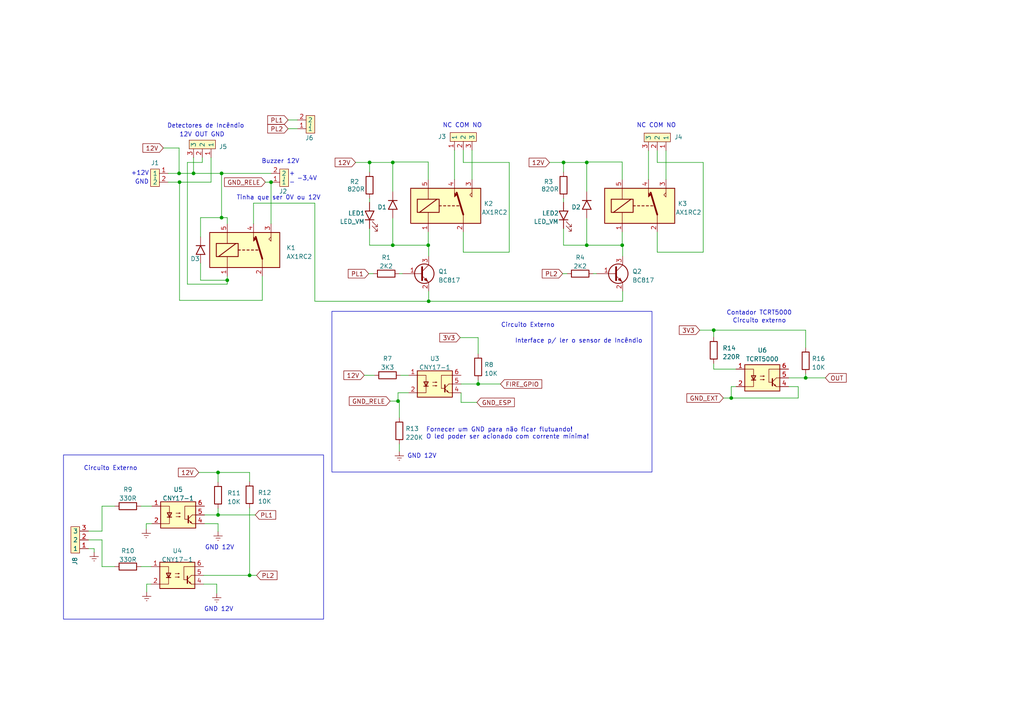
<source format=kicad_sch>
(kicad_sch (version 20230121) (generator eeschema)
  (paper "A4")
  (lib_symbols
    (symbol "Device:D" (pin_numbers hide) (pin_names (offset 1.016) hide)
      (property "Reference" "D1" (at 0.635 -2.794 90))
      (property "Value" "D" (at -1.905 -2.794 90))
      (symbol "D_0_1"
        (polyline (pts (xy -1.27 1.27) (xy -1.27 -1.27)) (stroke (width 0.254)))
        (polyline (pts (xy 1.27 1.27) (xy 1.27 -1.27) (xy -1.27 0) (xy 1.27 1.27)) (stroke (width 0.254)))
      )
      (symbol "D_1_1"
        (pin passive line (at -3.81 0 0) (length 2.54) (name "K") (number "1"))
        (pin passive line (at 3.81 0 180) (length 2.54) (name "A") (number "2"))
      )
    )
    (symbol "Device:LED" (pin_numbers hide) (pin_names (offset 1.016) hide)
      (property "Reference" "D3" (at -0.9525 -3.175 90))
      (property "Value" "LED" (at -3.4925 -3.175 90))
      (symbol "LED_0_1"
        (polyline (pts (xy -1.27 -1.27) (xy -1.27 1.27)) (stroke (width 0.254)))
        (polyline (pts (xy 1.27 -1.27) (xy 1.27 1.27) (xy -1.27 0) (xy 1.27 -1.27)) (stroke (width 0.254)))
        (polyline (pts (xy -3.048 -0.762) (xy -4.572 -2.286) (xy -3.81 -2.286) (xy -4.572 -2.286) (xy -4.572 -1.524)))
        (polyline (pts (xy -1.778 -0.762) (xy -3.302 -2.286) (xy -2.54 -2.286) (xy -3.302 -2.286) (xy -3.302 -1.524)))
      )
      (symbol "LED_1_1"
        (pin passive line (at -3.81 0 0) (length 2.54) (name "K") (number "1"))
        (pin passive line (at 3.81 0 180) (length 2.54) (name "A") (number "2"))
      )
    )
    (symbol "Device:R" (pin_numbers hide) (pin_names (offset 0))
      (property "Reference" "R" (at 2.032 0 90))
      (property "Value" "R" (at 0 0 90))
      (symbol "R_0_1"
        (rectangle (start -1.016 -2.54) (end 1.016 2.54) (stroke (width 0.254)))
      )
      (symbol "R_1_1"
        (pin passive line (at 0 3.81 270) (length 1.27) (name "~") (number "1"))
        (pin passive line (at 0 -3.81 90) (length 1.27) (name "~") (number "2"))
      )
    )
    (symbol "Isolator:CNY17-1" (pin_names (offset 1.016))
      (property "Reference" "U" (at -5.08 5.08 0))
      (property "Value" "CNY17-1" (at 0 5.08 0))
      (symbol "CNY17-1_0_1"
        (rectangle (start -5.08 3.81) (end 5.08 -3.81) (stroke (width 0.254)) (fill (type background)))
        (polyline (pts (xy -3.175 -0.635) (xy -1.905 -0.635)) (stroke (width 0.254)))
        (polyline (pts (xy 2.921 -1.397) (xy 4.064 -2.54)))
        (polyline (pts (xy 2.921 -1.27) (xy 1.905 -1.27)))
        (polyline (pts (xy 2.921 -1.143) (xy 4.064 0)))
        (polyline (pts (xy 4.064 -2.54) (xy 5.08 -2.54)))
        (polyline (pts (xy 5.08 0) (xy 4.064 0)))
        (polyline (pts (xy -5.08 2.54) (xy -2.54 2.54) (xy -2.54 -0.762)))
        (polyline (pts (xy -2.54 -0.635) (xy -2.54 -2.54) (xy -5.08 -2.54)))
        (polyline (pts (xy 1.905 -1.27) (xy 1.905 2.54) (xy 5.08 2.54)))
        (polyline (pts (xy 2.921 -0.254) (xy 2.921 -2.286) (xy 2.921 -2.286)) (stroke (width 0.3556)))
        (polyline (pts (xy -2.54 -0.635) (xy -3.175 0.635) (xy -1.905 0.635) (xy -2.54 -0.635)) (stroke (width 0.254)))
        (polyline (pts (xy 3.937 -2.413) (xy 3.683 -1.905) (xy 3.429 -2.159) (xy 3.937 -2.413)))
        (polyline (pts (xy -0.635 -0.508) (xy 0.635 -0.508) (xy 0.254 -0.635) (xy 0.254 -0.381) (xy 0.635 -0.508)))
        (polyline (pts (xy -0.635 0.508) (xy 0.635 0.508) (xy 0.254 0.381) (xy 0.254 0.635) (xy 0.635 0.508)))
      )
      (symbol "CNY17-1_1_1"
        (pin passive line (at -7.62 2.54 0) (length 2.54) (name "~") (number "1"))
        (pin passive line (at -7.62 -2.54 0) (length 2.54) (name "~") (number "2"))
        (pin no_connect line (at -5.08 0 0) (length 2.54) hide (name "NC") (number "3"))
        (pin passive line (at 7.62 -2.54 180) (length 2.54) (name "~") (number "4"))
        (pin passive line (at 7.62 0 180) (length 2.54) (name "~") (number "5"))
        (pin passive line (at 7.62 2.54 180) (length 2.54) (name "~") (number "6"))
      )
    )
    (symbol "KRE_2_vias_1"
      (property "Reference" "J" (at 0 -2.54 0))
      (symbol "KRE_2_vias_1_1_1"
        (rectangle (start -2.54 1.27) (end 2.54 -1.27) (fill (type background)))
        (pin input line (at -1.27 3.81 270) (length 2.54) (name "1") (number "1"))
        (pin input line (at 1.27 3.81 270) (length 2.54) (name "2") (number "2"))
      )
    )
    (symbol "My_Library_Conectors:KRE_2_vias"
      (property "Reference" "J" (at 0 -2.54 0))
      (symbol "KRE_2_vias_1_1"
        (rectangle (start -2.54 1.27) (end 2.54 -1.27) (fill (type background)))
        (pin input line (at -1.27 3.81 270) (length 2.54) (name "1") (number "1"))
        (pin input line (at 1.27 3.81 270) (length 2.54) (name "2") (number "2"))
      )
    )
    (symbol "My_Library_Conectors:KRE_3_vias"
      (property "Reference" "J" (at -5.08 0 0))
      (property "Value" "KRE_3_vias" (at 1.27 -2.54 0))
      (symbol "KRE_3_vias_1_1"
        (rectangle (start -2.54 1.27) (end 5.08 -1.27) (fill (type background)))
        (pin input line (at -1.27 3.81 270) (length 2.54) (name "1") (number "1"))
        (pin input line (at 1.27 3.81 270) (length 2.54) (name "2") (number "2"))
        (pin input line (at 3.81 3.81 270) (length 2.54) (name "3") (number "3"))
      )
    )
    (symbol "Relay:G5Q-1"
      (property "Reference" "K" (at 11.43 3.81 0))
      (property "Value" "G5Q-1" (at 11.43 1.27 0))
      (symbol "G5Q-1_0_0"
        (polyline (pts (xy 7.62 5.08) (xy 7.62 2.54) (xy 6.985 3.175) (xy 7.62 3.81)))
      )
      (symbol "G5Q-1_0_1"
        (rectangle (start -10.16 5.08) (end 10.16 -5.08) (stroke (width 0.254)) (fill (type background)))
        (rectangle (start -8.255 1.905) (end -1.905 -1.905) (stroke (width 0.254)))
        (polyline (pts (xy -7.62 -1.905) (xy -2.54 1.905)) (stroke (width 0.254)))
        (polyline (pts (xy -5.08 -5.08) (xy -5.08 -1.905)))
        (polyline (pts (xy -5.08 5.08) (xy -5.08 1.905)))
        (polyline (pts (xy -1.905 0) (xy -1.27 0)) (stroke (width 0.254)))
        (polyline (pts (xy -0.635 0) (xy 0 0)) (stroke (width 0.254)))
        (polyline (pts (xy 0.635 0) (xy 1.27 0)) (stroke (width 0.254)))
        (polyline (pts (xy 1.905 0) (xy 2.54 0)) (stroke (width 0.254)))
        (polyline (pts (xy 3.175 0) (xy 3.81 0)) (stroke (width 0.254)))
        (polyline (pts (xy 5.08 -2.54) (xy 3.175 3.81)) (stroke (width 0.508)))
        (polyline (pts (xy 5.08 -2.54) (xy 5.08 -5.08)))
        (polyline (pts (xy 2.54 5.08) (xy 2.54 2.54) (xy 3.175 3.175) (xy 2.54 3.81)) (fill (type outline)))
      )
      (symbol "G5Q-1_1_1"
        (pin passive line (at -5.08 -7.62 90) (length 2.54) (name "~") (number "1"))
        (pin passive line (at 5.08 -7.62 90) (length 2.54) (name "~") (number "2"))
        (pin passive line (at 7.62 7.62 270) (length 2.54) (name "~") (number "3"))
        (pin passive line (at 2.54 7.62 270) (length 2.54) (name "~") (number "4"))
        (pin passive line (at -5.08 7.62 270) (length 2.54) (name "~") (number "5"))
      )
    )
    (symbol "Transistor_BJT:BC817" (pin_names (offset 0) hide)
      (property "Reference" "Q" (at 5.08 1.905 0))
      (property "Value" "BC817" (at 5.08 0 0))
      (symbol "BC817_0_1"
        (polyline (pts (xy 0.635 0.635) (xy 2.54 2.54)))
        (polyline (pts (xy 0.635 -0.635) (xy 2.54 -2.54) (xy 2.54 -2.54)))
        (polyline (pts (xy 0.635 1.905) (xy 0.635 -1.905) (xy 0.635 -1.905)) (stroke (width 0.508)))
        (polyline (pts (xy 1.27 -1.778) (xy 1.778 -1.27) (xy 2.286 -2.286) (xy 1.27 -1.778) (xy 1.27 -1.778)) (fill (type outline)))
        (circle (center 1.27 0) (radius 2.8194) (stroke (width 0.254)))
      )
      (symbol "BC817_1_1"
        (pin input line (at -5.08 0 0) (length 5.715) (name "B") (number "1"))
        (pin passive line (at 2.54 -5.08 90) (length 2.54) (name "E") (number "2"))
        (pin passive line (at 2.54 5.08 270) (length 2.54) (name "C") (number "3"))
      )
    )
    (symbol "power:Earth" (power) (pin_names (offset 0))
      (symbol "Earth_0_1"
        (polyline (pts (xy -0.635 -1.905) (xy 0.635 -1.905)))
        (polyline (pts (xy -0.127 -2.54) (xy 0.127 -2.54)))
        (polyline (pts (xy 0 -1.27) (xy 0 0)))
        (polyline (pts (xy 1.27 -1.27) (xy -1.27 -1.27)))
      )
      (symbol "Earth_1_1"
        (pin power_in line (at 0 0 270) (length 0) hide (name "Earth") (number "1"))
      )
    )
  )
  (junction (at 180.467 71.12))
  (junction (at 63.246 137.033))
  (junction (at 63.246 149.352))
  (junction (at 113.919 47.117))
  (junction (at 170.18 71.12))
  (junction (at 163.449 47.117))
  (junction (at 78.613 52.832))
  (junction (at 72.39 166.878))
  (junction (at 52.07 52.832))
  (junction (at 138.684 111.379))
  (junction (at 170.18 47.117))
  (junction (at 65.913 81.28))
  (junction (at 107.188 47.117))
  (junction (at 207.01 95.758))
  (junction (at 64.262 50.292))
  (junction (at 113.919 71.12))
  (junction (at 212.09 115.443))
  (junction (at 64.262 63.119))
  (junction (at 233.68 109.601))
  (junction (at 124.206 71.12))
  (junction (at 124.333 87.376))
  (junction (at 115.443 116.332))
  (junction (at 56.134 50.292))
  (junction (at 51.943 50.292))
  (wire (pts (xy 193.167 43.688) (xy 193.167 52.07)))
  (wire (pts (xy 213.487 107.061) (xy 207.01 107.061)))
  (wire (pts (xy 115.443 113.919) (xy 118.491 113.919)))
  (wire (pts (xy 188.087 52.07) (xy 188.087 43.688)))
  (wire (pts (xy 29.591 164.338) (xy 29.591 156.591)))
  (wire (pts (xy 115.443 116.332) (xy 115.824 116.332)))
  (wire (pts (xy 138.684 111.379) (xy 133.731 111.379)))
  (wire (pts (xy 47.371 42.926) (xy 51.943 42.926)))
  (wire (pts (xy 115.824 121.158) (xy 115.824 116.332)))
  (wire (pts (xy 133.477 97.917) (xy 138.684 97.917)))
  (wire (pts (xy 83.566 37.338) (xy 86.233 37.338)))
  (wire (pts (xy 65.913 81.28) (xy 65.913 82.423)))
  (wire (pts (xy 25.654 159.131) (xy 27.305 159.131)))
  (wire (pts (xy 72.39 166.878) (xy 74.422 166.878)))
  (wire (pts (xy 56.134 45.72) (xy 56.134 50.292)))
  (wire (pts (xy 203.962 73.152) (xy 190.627 73.152)))
  (wire (pts (xy 115.824 79.375) (xy 116.713 79.375)))
  (wire (pts (xy 233.68 109.601) (xy 239.395 109.601)))
  (wire (pts (xy 52.07 52.832) (xy 52.07 87.122)))
  (wire (pts (xy 40.894 164.338) (xy 43.815 164.338)))
  (wire (pts (xy 134.366 47.117) (xy 147.701 47.117)))
  (wire (pts (xy 163.449 57.531) (xy 163.449 58.674)))
  (wire (pts (xy 124.333 87.376) (xy 91.313 87.376)))
  (wire (pts (xy 65.913 63.119) (xy 65.913 64.897)))
  (wire (pts (xy 124.333 71.12) (xy 124.206 71.12)))
  (wire (pts (xy 163.449 47.117) (xy 170.18 47.117)))
  (wire (pts (xy 76.073 80.137) (xy 76.073 87.122)))
  (wire (pts (xy 133.731 113.919) (xy 133.731 116.713)))
  (wire (pts (xy 124.206 46.99) (xy 124.206 52.07)))
  (wire (pts (xy 65.913 80.137) (xy 65.913 81.28)))
  (wire (pts (xy 113.919 63.246) (xy 113.919 71.12)))
  (wire (pts (xy 76.962 52.832) (xy 78.613 52.832)))
  (wire (pts (xy 124.333 87.376) (xy 180.594 87.376)))
  (wire (pts (xy 163.449 71.12) (xy 170.18 71.12)))
  (wire (pts (xy 58.166 81.28) (xy 65.913 81.28)))
  (wire (pts (xy 29.591 146.812) (xy 29.591 154.051)))
  (wire (pts (xy 62.865 172.085) (xy 62.865 169.418)))
  (wire (pts (xy 48.768 50.292) (xy 51.943 50.292)))
  (wire (pts (xy 83.566 34.798) (xy 86.233 34.798)))
  (wire (pts (xy 107.188 71.12) (xy 113.919 71.12)))
  (wire (pts (xy 124.333 74.295) (xy 124.333 71.12)))
  (wire (pts (xy 163.449 47.117) (xy 163.449 49.911)))
  (wire (pts (xy 58.674 47.117) (xy 58.674 45.72)))
  (wire (pts (xy 42.545 169.418) (xy 42.545 171.704)))
  (wire (pts (xy 33.274 164.338) (xy 29.591 164.338)))
  (wire (pts (xy 115.824 128.778) (xy 115.824 130.937)))
  (wire (pts (xy 73.533 58.928) (xy 73.533 64.897)))
  (wire (pts (xy 78.613 52.832) (xy 78.613 64.897)))
  (wire (pts (xy 170.18 47.117) (xy 170.18 46.99)))
  (wire (pts (xy 63.246 137.033) (xy 63.246 139.827)))
  (wire (pts (xy 113.919 47.117) (xy 113.919 46.99)))
  (wire (pts (xy 72.39 147.32) (xy 72.39 166.878)))
  (wire (pts (xy 133.731 116.713) (xy 138.303 116.713)))
  (wire (pts (xy 113.919 47.117) (xy 113.919 55.626)))
  (wire (pts (xy 113.919 46.99) (xy 124.206 46.99)))
  (wire (pts (xy 54.356 47.117) (xy 54.356 82.423)))
  (wire (pts (xy 56.134 50.292) (xy 64.262 50.292)))
  (wire (pts (xy 29.591 156.591) (xy 25.654 156.591)))
  (wire (pts (xy 147.701 47.117) (xy 147.701 73.152)))
  (wire (pts (xy 170.18 46.99) (xy 180.467 46.99)))
  (wire (pts (xy 51.943 42.926) (xy 51.943 50.292)))
  (wire (pts (xy 27.305 159.131) (xy 27.305 160.147)))
  (wire (pts (xy 207.01 95.758) (xy 233.68 95.758)))
  (wire (pts (xy 107.188 66.294) (xy 107.188 71.12)))
  (wire (pts (xy 134.366 43.561) (xy 134.366 47.117)))
  (wire (pts (xy 63.246 137.033) (xy 57.658 137.033)))
  (wire (pts (xy 180.594 74.295) (xy 180.594 71.12)))
  (wire (pts (xy 207.01 95.758) (xy 207.01 97.79)))
  (wire (pts (xy 48.768 52.832) (xy 52.07 52.832)))
  (wire (pts (xy 136.906 43.561) (xy 136.906 52.07)))
  (wire (pts (xy 138.684 110.236) (xy 138.684 111.379)))
  (wire (pts (xy 163.449 66.294) (xy 163.449 71.12)))
  (wire (pts (xy 73.533 58.928) (xy 91.313 58.928)))
  (wire (pts (xy 203.962 47.117) (xy 203.962 73.152)))
  (wire (pts (xy 231.521 112.141) (xy 231.521 115.443)))
  (wire (pts (xy 43.815 169.418) (xy 42.545 169.418)))
  (wire (pts (xy 233.68 108.458) (xy 233.68 109.601)))
  (wire (pts (xy 63.246 151.892) (xy 59.309 151.892)))
  (wire (pts (xy 180.467 67.31) (xy 180.467 71.12)))
  (wire (pts (xy 91.313 87.376) (xy 91.313 58.928)))
  (wire (pts (xy 54.356 82.423) (xy 65.913 82.423)))
  (wire (pts (xy 29.591 154.051) (xy 25.654 154.051)))
  (wire (pts (xy 212.09 112.141) (xy 212.09 115.443)))
  (wire (pts (xy 170.18 47.117) (xy 170.18 55.626)))
  (wire (pts (xy 113.157 116.332) (xy 115.443 116.332)))
  (wire (pts (xy 33.274 146.812) (xy 29.591 146.812)))
  (wire (pts (xy 231.521 115.443) (xy 212.09 115.443)))
  (wire (pts (xy 163.195 79.375) (xy 164.465 79.375)))
  (wire (pts (xy 131.826 43.561) (xy 131.826 52.07)))
  (wire (pts (xy 63.246 147.447) (xy 63.246 149.352)))
  (wire (pts (xy 228.727 112.141) (xy 231.521 112.141)))
  (wire (pts (xy 113.919 71.12) (xy 124.206 71.12)))
  (wire (pts (xy 107.188 47.117) (xy 113.919 47.117)))
  (wire (pts (xy 52.07 87.122) (xy 76.073 87.122)))
  (wire (pts (xy 233.68 95.758) (xy 233.68 100.838)))
  (wire (pts (xy 64.262 63.119) (xy 65.913 63.119)))
  (wire (pts (xy 107.188 47.117) (xy 107.188 49.911)))
  (wire (pts (xy 42.418 151.892) (xy 44.069 151.892)))
  (wire (pts (xy 159.385 47.117) (xy 163.449 47.117)))
  (wire (pts (xy 40.894 146.812) (xy 44.069 146.812)))
  (wire (pts (xy 138.684 111.379) (xy 145.161 111.379)))
  (wire (pts (xy 63.246 149.352) (xy 59.309 149.352)))
  (wire (pts (xy 190.627 67.31) (xy 190.627 73.152)))
  (wire (pts (xy 58.166 63.119) (xy 64.262 63.119)))
  (wire (pts (xy 42.418 153.416) (xy 42.418 151.892)))
  (wire (pts (xy 74.041 149.352) (xy 63.246 149.352)))
  (wire (pts (xy 103.124 47.117) (xy 107.188 47.117)))
  (wire (pts (xy 138.684 97.917) (xy 138.684 102.616)))
  (wire (pts (xy 58.166 76.327) (xy 58.166 81.28)))
  (wire (pts (xy 202.946 95.758) (xy 207.01 95.758)))
  (wire (pts (xy 78.613 50.292) (xy 64.262 50.292)))
  (wire (pts (xy 170.18 71.12) (xy 180.467 71.12)))
  (wire (pts (xy 190.627 43.688) (xy 190.627 47.117)))
  (wire (pts (xy 190.627 47.117) (xy 203.962 47.117)))
  (wire (pts (xy 124.206 67.31) (xy 124.206 71.12)))
  (wire (pts (xy 212.09 115.443) (xy 209.804 115.443)))
  (wire (pts (xy 64.262 50.292) (xy 64.262 63.119)))
  (wire (pts (xy 72.39 139.7) (xy 72.39 137.033)))
  (wire (pts (xy 63.246 137.033) (xy 72.39 137.033)))
  (wire (pts (xy 106.934 79.375) (xy 108.204 79.375)))
  (wire (pts (xy 61.214 45.72) (xy 61.214 52.832)))
  (wire (pts (xy 58.166 68.707) (xy 58.166 63.119)))
  (wire (pts (xy 180.594 71.12) (xy 180.467 71.12)))
  (wire (pts (xy 172.085 79.375) (xy 172.974 79.375)))
  (wire (pts (xy 63.246 154.178) (xy 63.246 151.892)))
  (wire (pts (xy 105.664 108.839) (xy 108.585 108.839)))
  (wire (pts (xy 134.366 67.31) (xy 134.366 73.152)))
  (wire (pts (xy 115.443 116.332) (xy 115.443 113.919)))
  (wire (pts (xy 52.07 52.832) (xy 61.214 52.832)))
  (wire (pts (xy 59.055 166.878) (xy 72.39 166.878)))
  (wire (pts (xy 180.467 46.99) (xy 180.467 52.07)))
  (wire (pts (xy 59.055 169.418) (xy 62.865 169.418)))
  (wire (pts (xy 207.01 107.061) (xy 207.01 105.41)))
  (wire (pts (xy 147.701 73.152) (xy 134.366 73.152)))
  (wire (pts (xy 124.333 84.455) (xy 124.333 87.376)))
  (wire (pts (xy 54.356 47.117) (xy 58.674 47.117)))
  (wire (pts (xy 51.943 50.292) (xy 56.134 50.292)))
  (wire (pts (xy 116.205 108.839) (xy 118.491 108.839)))
  (wire (pts (xy 107.188 57.531) (xy 107.188 58.674)))
  (wire (pts (xy 233.68 109.601) (xy 228.727 109.601)))
  (wire (pts (xy 180.594 84.455) (xy 180.594 87.376)))
  (wire (pts (xy 213.487 112.141) (xy 212.09 112.141)))
  (wire (pts (xy 170.18 63.246) (xy 170.18 71.12)))
  (rectangle (start 96.266 90.297) (end 189.103 136.906))
  (rectangle (start 18.415 131.953) (end 93.853 179.578))
  (text "Contador TCRT5000" (at 210.693 91.567 0) (effects (font (size 1.27 1.27)) (justify left bottom)))
  (text "12V OUT GND" (at 65.151 39.878 0) (effects (font (size 1.27 1.27)) (justify right bottom)))
  (text "Fornecer um GND para não ficar flutuando!\nO led poder ser acionado com corrente mínima!" (at 123.571 127.508 0) (effects (font (size 1.27 1.27)) (justify left bottom)))
  (text "Circuito externo" (at 212.471 93.853 0) (effects (font (size 1.27 1.27)) (justify left bottom)))
  (text "Detectores de Incêndio" (at 70.866 37.338 0) (effects (font (size 1.27 1.27)) (justify right bottom)))
  (text "Buzzer 12V" (at 86.868 47.625 0) (effects (font (size 1.27 1.27)) (justify right bottom)))
  (text "+\n" (at 85.598 51.181 0) (effects (font (size 1.27 1.27)) (justify right bottom)))
  (text "+12V" (at 37.973 51.054 0) (effects (font (size 1.27 1.27)) (justify left bottom)))
  (text "Circuito Externo" (at 145.288 95.123 0) (effects (font (size 1.27 1.27)) (justify left bottom)))
  (text "NC COM NO" (at 139.827 37.211 0) (effects (font (size 1.27 1.27)) (justify right bottom)))
  (text "GND" (at 39.116 53.594 0) (effects (font (size 1.27 1.27)) (justify left bottom)))
  (text "-\n\n" (at 85.598 55.753 0) (effects (font (size 1.27 1.27)) (justify right bottom)))
  (text "GND 12V" (at 59.436 159.639 0) (effects (font (size 1.27 1.27)) (justify left bottom)))
  (text "NC COM NO" (at 196.088 37.211 0) (effects (font (size 1.27 1.27)) (justify right bottom)))
  (text "Tinha que ser 0V ou 12V" (at 68.58 58.166 0) (effects (font (size 1.27 1.27)) (justify left bottom)))
  (text "Interface p/ ler o sensor de Incêndio" (at 149.352 99.695 0) (effects (font (size 1.27 1.27)) (justify left bottom)))
  (text "GND 12V" (at 118.11 133.096 0) (effects (font (size 1.27 1.27)) (justify left bottom)))
  (text "-3,4V" (at 86.106 52.578 0) (effects (font (size 1.27 1.27)) (justify left bottom)))
  (text "GND 12V" (at 59.182 177.546 0) (effects (font (size 1.27 1.27)) (justify left bottom)))
  (text "Circuito Externo" (at 24.257 136.652 0) (effects (font (size 1.27 1.27)) (justify left bottom)))
  (global_label "GND_RELE" (shape input) (at 113.157 116.332 180) (property "Intersheetrefs" "${INTERSHEET_REFS}" (effects hide)))
  (global_label "PL1" (shape input) (at 83.566 34.798 180) (property "Intersheetrefs" "${INTERSHEET_REFS}" (effects hide)))
  (global_label "OUT" (shape input) (at 239.395 109.601 0) (property "Intersheetrefs" "${INTERSHEET_REFS}" (effects hide)))
  (global_label "PL2" (shape input) (at 163.195 79.375 180) (property "Intersheetrefs" "${INTERSHEET_REFS}" (effects hide)))
  (global_label "12V" (shape input) (at 105.664 108.839 180) (property "Intersheetrefs" "${INTERSHEET_REFS}" (effects hide)))
  (global_label "3V3" (shape input) (at 202.946 95.758 180) (property "Intersheetrefs" "${INTERSHEET_REFS}" (effects hide)))
  (global_label "12V" (shape input) (at 57.658 137.033 180) (property "Intersheetrefs" "${INTERSHEET_REFS}" (effects hide)))
  (global_label "GND_EXT" (shape input) (at 209.804 115.443 180) (property "Intersheetrefs" "${INTERSHEET_REFS}" (effects hide)))
  (global_label "PL2" (shape input) (at 74.422 166.878 0) (property "Intersheetrefs" "${INTERSHEET_REFS}" (effects hide)))
  (global_label "FIRE_GPIO" (shape input) (at 145.161 111.379 0) (property "Intersheetrefs" "${INTERSHEET_REFS}" (effects hide)))
  (global_label "3V3" (shape input) (at 133.477 97.917 180) (property "Intersheetrefs" "${INTERSHEET_REFS}" (effects hide)))
  (global_label "PL1" (shape input) (at 106.934 79.375 180) (property "Intersheetrefs" "${INTERSHEET_REFS}" (effects hide)))
  (global_label "12V" (shape input) (at 103.124 47.117 180) (property "Intersheetrefs" "${INTERSHEET_REFS}" (effects hide)))
  (global_label "12V" (shape input) (at 159.385 47.117 180) (property "Intersheetrefs" "${INTERSHEET_REFS}" (effects hide)))
  (global_label "GND_RELE" (shape input) (at 76.962 52.832 180) (property "Intersheetrefs" "${INTERSHEET_REFS}" (effects hide)))
  (global_label "GND_ESP" (shape input) (at 138.303 116.713 0) (property "Intersheetrefs" "${INTERSHEET_REFS}" (effects hide)))
  (global_label "PL1" (shape input) (at 74.041 149.352 0) (property "Intersheetrefs" "${INTERSHEET_REFS}" (effects hide)))
  (global_label "12V" (shape input) (at 47.371 42.926 180) (property "Intersheetrefs" "${INTERSHEET_REFS}" (effects hide)))
  (global_label "PL2" (shape input) (at 83.566 37.338 180) (property "Intersheetrefs" "${INTERSHEET_REFS}" (effects hide)))
  (symbol (lib_name "KRE_2_vias_1") (lib_id "My_Library_Conectors:KRE_2_vias") (at 82.423 51.562 90) (unit 1)
    (property "Reference" "J2" (at 83.312 55.499 90) (effects (justify left)))
    (property "Value" "~" (at 82.423 51.562 0))
    (property "Footprint" "My_library_footprint:KRE_2Vias" (effects hide))
  )
  (symbol (lib_id "My_Library_Conectors:KRE_3_vias") (at 133.096 39.751 0) (mirror x) (unit 1)
    (property "Reference" "J3" (at 129.413 39.624 0) (effects (justify right)))
    (property "Value" "KRE_3_vias" (effects hide))
    (property "Footprint" "My_library_footprint:KRE_3Vias" (effects hide))
  )
  (symbol (lib_id "Relay:G5Q-1") (at 185.547 59.69 0) (unit 1)
    (property "Reference" "K3" (at 196.596 59.055 0) (effects (justify left)))
    (property "Value" "AX1RC2" (at 195.961 61.595 0) (effects (justify left)))
    (property "Footprint" "My_library_footprint:AX1RC" (effects hide))
    (property "Datasheet" "https://www.omron.com/ecb/products/pdf/en-g5q.pdf" (effects hide))
  )
  (symbol (lib_id "My_Library_Conectors:KRE_3_vias") (at 21.844 157.861 270) (mirror x) (unit 1)
    (property "Reference" "J8" (at 21.717 161.544 0) (effects (justify right)))
    (property "Value" "KRE_3_vias" (effects hide))
    (property "Footprint" "My_library_footprint:KRE_3Vias" (effects hide))
  )
  (symbol (lib_id "power:Earth") (at 27.305 160.147 0) (unit 1)
    (property "Reference" "#PWR04" (effects hide))
    (property "Value" "Earth" (effects hide))
  )
  (symbol (lib_id "Device:LED") (at 163.449 62.484 90) (unit 1)
    (property "Reference" "LED2" (at 157.226 61.849 90) (effects (justify right)))
    (property "Value" "LED_VM" (at 154.813 64.262 90) (effects (justify right)))
    (property "Footprint" "LED_SMD:LED_0603_1608Metric" (effects hide))
  )
  (symbol (lib_id "Isolator:CNY17-1") (at 51.435 166.878 0) (unit 1)
    (property "Reference" "U4" (at 51.435 159.766 0))
    (property "Value" "CNY17-1" (at 51.435 162.306 0))
    (property "Datasheet" "http://www.vishay.com/docs/83606/cny17.pdf" (effects hide))
  )
  (symbol (lib_id "power:Earth") (at 63.246 154.178 0) (unit 1)
    (property "Reference" "#PWR07" (effects hide))
    (property "Value" "Earth" (effects hide))
  )
  (symbol (lib_id "Device:D") (at 58.166 72.517 270) (unit 1)
    (property "Reference" "D3" (at 55.245 75.057 90) (effects (justify left)))
    (property "Value" "1N4007" (effects hide))
    (property "Footprint" "My_library_footprint:Diodo_SM_DO-214" (effects hide))
    (property "Sim.Device" "D" (effects hide))
    (property "Sim.Pins" "1=K 2=A" (effects hide))
  )
  (symbol (lib_id "Device:LED") (at 107.188 62.484 90) (unit 1)
    (property "Reference" "LED1" (at 100.965 61.849 90) (effects (justify right)))
    (property "Value" "LED_VM" (at 98.552 64.262 90) (effects (justify right)))
    (property "Footprint" "LED_SMD:LED_0603_1608Metric" (effects hide))
  )
  (symbol (lib_id "Device:R") (at 115.824 124.968 0) (unit 1)
    (property "Reference" "R13" (at 117.602 124.333 0) (effects (justify left)))
    (property "Value" "220K" (at 117.602 126.873 0) (effects (justify left)))
  )
  (symbol (lib_id "power:Earth") (at 115.824 130.937 0) (unit 1)
    (property "Reference" "#PWR09" (effects hide))
    (property "Value" "Earth" (effects hide))
  )
  (symbol (lib_id "Device:R") (at 63.246 143.637 180) (unit 1)
    (property "Reference" "R11" (at 65.913 143.002 0) (effects (justify right)))
    (property "Value" "10K" (at 65.913 145.542 0) (effects (justify right)))
  )
  (symbol (lib_id "Device:R") (at 207.01 101.6 180) (unit 1)
    (property "Reference" "R14" (at 209.55 100.965 0) (effects (justify right)))
    (property "Value" "220R" (at 209.55 103.505 0) (effects (justify right)))
  )
  (symbol (lib_id "Isolator:CNY17-1") (at 51.689 149.352 0) (unit 1)
    (property "Reference" "U5" (at 51.689 141.986 0))
    (property "Value" "CNY17-1" (at 51.689 144.526 0))
    (property "Datasheet" "http://www.vishay.com/docs/83606/cny17.pdf" (effects hide))
  )
  (symbol (lib_id "Device:R") (at 112.014 79.375 90) (unit 1)
    (property "Reference" "R1" (at 112.014 74.676 90))
    (property "Value" "2K2" (at 112.014 77.216 90))
    (property "Footprint" "Resistor_SMD:R_0805_2012Metric" (effects hide))
  )
  (symbol (lib_id "Relay:G5Q-1") (at 70.993 72.517 0) (unit 1)
    (property "Reference" "K1" (at 83.058 71.882 0) (effects (justify left)))
    (property "Value" "AX1RC2" (at 83.058 74.422 0) (effects (justify left)))
    (property "Footprint" "My_library_footprint:AX1RC" (effects hide))
    (property "Datasheet" "https://www.omron.com/ecb/products/pdf/en-g5q.pdf" (effects hide))
  )
  (symbol (lib_id "Isolator:CNY17-1") (at 221.107 109.601 0) (unit 1)
    (property "Reference" "U6" (at 221.107 101.6 0))
    (property "Value" "TCRT5000" (at 221.107 104.14 0))
    (property "Datasheet" "http://www.vishay.com/docs/83606/cny17.pdf" (effects hide))
  )
  (symbol (lib_id "Device:R") (at 163.449 53.721 0) (unit 1)
    (property "Reference" "R3" (at 157.734 52.705 0) (effects (justify left)))
    (property "Value" "820R" (at 156.972 54.864 0) (effects (justify left)))
    (property "Footprint" "Resistor_SMD:R_0805_2012Metric" (effects hide))
  )
  (symbol (lib_id "Device:D") (at 170.18 59.436 270) (unit 1)
    (property "Reference" "D2" (at 165.735 60.071 90) (effects (justify left)))
    (property "Value" "1N4007" (effects hide))
    (property "Footprint" "My_library_footprint:Diodo_SM_DO-214" (effects hide))
    (property "Sim.Device" "D" (effects hide))
    (property "Sim.Pins" "1=K 2=A" (effects hide))
  )
  (symbol (lib_id "Device:R") (at 138.684 106.426 180) (unit 1)
    (property "Reference" "R8" (at 140.462 105.791 0) (effects (justify right)))
    (property "Value" "10K" (at 140.462 108.331 0) (effects (justify right)))
  )
  (symbol (lib_id "Device:R") (at 37.084 146.812 90) (unit 1)
    (property "Reference" "R9" (at 37.084 141.986 90))
    (property "Value" "330R" (at 37.084 144.526 90))
  )
  (symbol (lib_id "Device:D") (at 113.919 59.436 270) (unit 1)
    (property "Reference" "D1" (at 109.474 60.071 90) (effects (justify left)))
    (property "Value" "1N4007" (effects hide))
    (property "Footprint" "My_library_footprint:Diodo_SM_DO-214" (effects hide))
    (property "Sim.Device" "D" (effects hide))
    (property "Sim.Pins" "1=K 2=A" (effects hide))
  )
  (symbol (lib_id "power:Earth") (at 62.865 172.085 0) (unit 1)
    (property "Reference" "#PWR08" (effects hide))
    (property "Value" "Earth" (effects hide))
  )
  (symbol (lib_id "power:Earth") (at 42.418 153.416 0) (unit 1)
    (property "Reference" "#PWR05" (effects hide))
    (property "Value" "Earth" (effects hide))
  )
  (symbol (lib_id "power:Earth") (at 42.545 171.704 0) (unit 1)
    (property "Reference" "#PWR06" (effects hide))
    (property "Value" "Earth" (effects hide))
  )
  (symbol (lib_id "Device:R") (at 72.39 143.51 180) (unit 1)
    (property "Reference" "R12" (at 74.803 142.875 0) (effects (justify right)))
    (property "Value" "10K" (at 74.803 145.415 0) (effects (justify right)))
  )
  (symbol (lib_id "Transistor_BJT:BC817") (at 178.054 79.375 0) (unit 1)
    (property "Reference" "Q2" (at 183.388 78.74 0) (effects (justify left)))
    (property "Value" "BC817" (at 183.388 81.28 0) (effects (justify left)))
    (property "Footprint" "Package_TO_SOT_SMD:SOT-23" (effects hide))
    (property "Datasheet" "https://www.onsemi.com/pub/Collateral/BC818-D.pdf" (effects hide))
  )
  (symbol (lib_id "Device:R") (at 37.084 164.338 90) (unit 1)
    (property "Reference" "R10" (at 37.084 159.766 90))
    (property "Value" "330R" (at 37.084 162.306 90))
  )
  (symbol (lib_id "Device:R") (at 233.68 104.648 180) (unit 1)
    (property "Reference" "R16" (at 235.458 104.013 0) (effects (justify right)))
    (property "Value" "10K" (at 235.458 106.553 0) (effects (justify right)))
  )
  (symbol (lib_id "Relay:G5Q-1") (at 129.286 59.69 0) (unit 1)
    (property "Reference" "K2" (at 140.335 59.055 0) (effects (justify left)))
    (property "Value" "AX1RC2" (at 139.7 61.595 0) (effects (justify left)))
    (property "Footprint" "My_library_footprint:AX1RC" (effects hide))
    (property "Datasheet" "https://www.omron.com/ecb/products/pdf/en-g5q.pdf" (effects hide))
  )
  (symbol (lib_id "Device:R") (at 168.275 79.375 90) (unit 1)
    (property "Reference" "R4" (at 168.275 74.676 90))
    (property "Value" "2K2" (at 168.275 77.216 90))
    (property "Footprint" "Resistor_SMD:R_0805_2012Metric" (effects hide))
  )
  (symbol (lib_id "My_Library_Conectors:KRE_3_vias") (at 191.897 39.878 180) (unit 1)
    (property "Reference" "J4" (at 195.58 39.751 0) (effects (justify right)))
    (property "Value" "KRE_3_vias" (effects hide))
    (property "Footprint" "My_library_footprint:KRE_3Vias" (effects hide))
  )
  (symbol (lib_id "My_Library_Conectors:KRE_3_vias") (at 59.944 41.91 180) (unit 1)
    (property "Reference" "J5" (at 63.5 42.545 0) (effects (justify right)))
    (property "Value" "KRE_3_vias" (effects hide))
    (property "Footprint" "My_library_footprint:KRE_3Vias" (effects hide))
  )
  (symbol (lib_id "Device:R") (at 107.188 53.721 0) (unit 1)
    (property "Reference" "R2" (at 101.473 52.705 0) (effects (justify left)))
    (property "Value" "820R" (at 100.711 54.864 0) (effects (justify left)))
    (property "Footprint" "Resistor_SMD:R_0805_2012Metric" (effects hide))
  )
  (symbol (lib_id "Isolator:CNY17-1") (at 126.111 111.379 0) (unit 1)
    (property "Reference" "U3" (at 126.111 104.013 0))
    (property "Value" "CNY17-1" (at 126.111 106.553 0))
    (property "Datasheet" "http://www.vishay.com/docs/83606/cny17.pdf" (effects hide))
  )
  (symbol (lib_id "Device:R") (at 112.395 108.839 90) (unit 1)
    (property "Reference" "R7" (at 112.395 104.013 90))
    (property "Value" "3K3" (at 112.395 106.553 90))
  )
  (symbol (lib_name "KRE_2_vias_1") (lib_id "My_Library_Conectors:KRE_2_vias") (at 90.043 36.068 90) (unit 1)
    (property "Reference" "J6" (at 90.932 40.005 90) (effects (justify left)))
    (property "Value" "~" (at 90.043 36.068 0))
    (property "Footprint" "My_library_footprint:KRE_2Vias" (effects hide))
  )
  (symbol (lib_id "Transistor_BJT:BC817") (at 121.793 79.375 0) (unit 1)
    (property "Reference" "Q1" (at 127.127 78.74 0) (effects (justify left)))
    (property "Value" "BC817" (at 127.127 81.28 0) (effects (justify left)))
    (property "Footprint" "Package_TO_SOT_SMD:SOT-23" (effects hide))
    (property "Datasheet" "https://www.onsemi.com/pub/Collateral/BC818-D.pdf" (effects hide))
  )
  (symbol (lib_id "My_Library_Conectors:KRE_2_vias") (at 44.958 51.562 270) (unit 1)
    (property "Reference" "J1" (at 44.958 47.244 90))
    (property "Value" "~" (at 44.958 51.562 0))
    (property "Footprint" "My_library_footprint:KRE_2Vias" (effects hide))
  )
)
</source>
